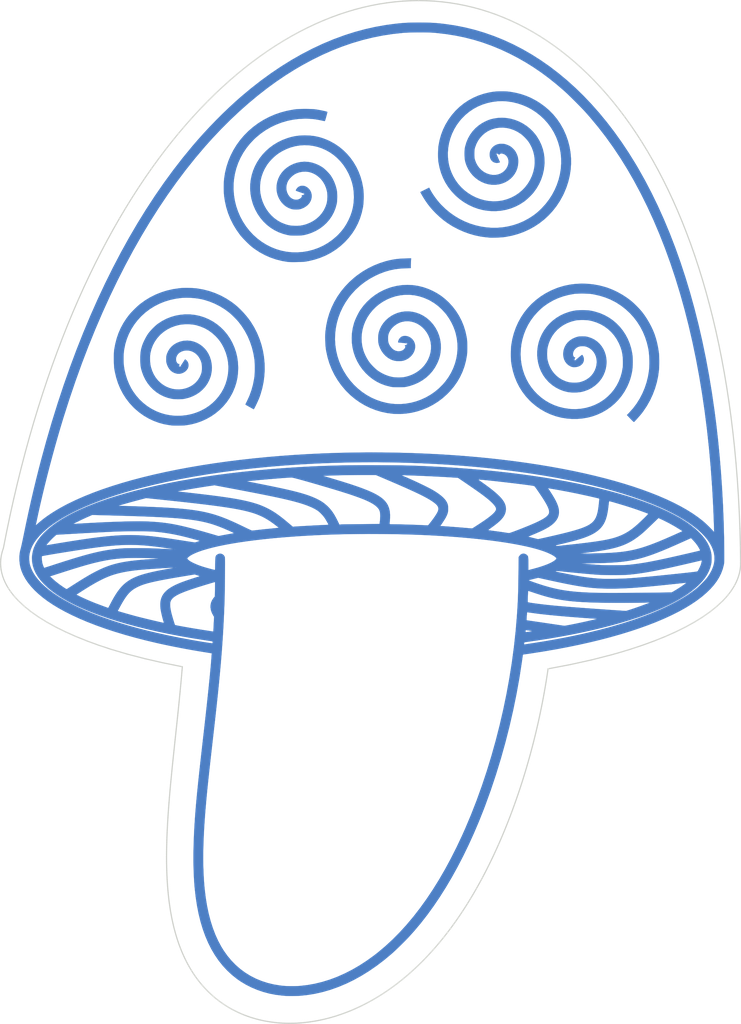
<source format=kicad_pcb>
(kicad_pcb (version 20221018) (generator pcbnew)
  (layers (0 "F.Cu" signal) (31 "B.Cu" signal) (34 "B.Paste" user) (35 "F.Paste" user) (36 "B.SilkS" user "B.Silkscreen") (37 "F.SilkS" user "F.Silkscreen") (38 "B.Mask" user) (39 "F.Mask" user) (44 "Edge.Cuts" user))
  (net 0 "")
  (footprint "LOGO" (layer "F.Cu") (at 128.8114 95.89075)
    (fp_text reference "G***" hide)
    (fp_text value "LOGO" hide)
  )
  (gr_line (start 163.2996 98.33895) (end 163.2781 96.88075) (stroke (width 0.1)) (layer "Edge.Cuts"))
  (gr_line (start 111.7402 105.99715) (end 113.2085 106.37805) (stroke (width 0.1)) (layer "Edge.Cuts"))
  (gr_line (start 129.011 136.48935) (end 129.1572 136.44575) (stroke (width 0.1)) (layer "Edge.Cuts"))
  (gr_line (start 106.2783 79.41185) (end 105.8512 80.53325) (stroke (width 0.1)) (layer "Edge.Cuts"))
  (gr_line (start 118.483 59.52785) (end 117.8663 60.16385) (stroke (width 0.1)) (layer "Edge.Cuts"))
  (gr_line (start 115.4058 116.51835) (end 115.385 116.73805) (stroke (width 0.1)) (layer "Edge.Cuts"))
  (gr_line (start 163.255 98.90325) (end 163.2884 98.62415) (stroke (width 0.1)) (layer "Edge.Cuts"))
  (gr_line (start 127.2587 136.87935) (end 127.4043 136.85615) (stroke (width 0.1)) (layer "Edge.Cuts"))
  (gr_line (start 145.5399 114.67485) (end 145.602 114.45015) (stroke (width 0.1)) (layer "Edge.Cuts"))
  (gr_line (start 121.7379 136.39405) (end 121.8646 136.43995) (stroke (width 0.1)) (layer "Edge.Cuts"))
  (gr_line (start 115.1559 119.54185) (end 115.1423 119.75295) (stroke (width 0.1)) (layer "Edge.Cuts"))
  (gr_line (start 125.5295 137.02245) (end 125.672 137.02045) (stroke (width 0.1)) (layer "Edge.Cuts"))
  (gr_line (start 108.5588 74.13005) (end 108.0841 75.14305) (stroke (width 0.1)) (layer "Edge.Cuts"))
  (gr_line (start 119.5045 135.19435) (end 119.6129 135.27285) (stroke (width 0.1)) (layer "Edge.Cuts"))
  (gr_line (start 137.9413 130.27475) (end 138.0631 130.12805) (stroke (width 0.1)) (layer "Edge.Cuts"))
  (gr_line (start 132.9102 134.72895) (end 133.051 134.64055) (stroke (width 0.1)) (layer "Edge.Cuts"))
  (gr_line (start 115.8692 112.05605) (end 115.8452 112.28075) (stroke (width 0.1)) (layer "Edge.Cuts"))
  (gr_line (start 139.7005 127.93175) (end 139.8125 127.76465) (stroke (width 0.1)) (layer "Edge.Cuts"))
  (gr_line (start 127.9876 136.74645) (end 128.1337 136.71465) (stroke (width 0.1)) (layer "Edge.Cuts"))
  (gr_line (start 144.3561 118.42965) (end 144.4323 118.21315) (stroke (width 0.1)) (layer "Edge.Cuts"))
  (gr_line (start 162.7719 100.24985) (end 162.9091 99.98735) (stroke (width 0.1)) (layer "Edge.Cuts"))
  (gr_line (start 146.934 108.35675) (end 146.97 108.13365) (stroke (width 0.1)) (layer "Edge.Cuts"))
  (gr_line (start 115.8452 129.69355) (end 115.8917 129.84485) (stroke (width 0.1)) (layer "Edge.Cuts"))
  (gr_line (start 134.7111 133.45675) (end 134.8466 133.34775) (stroke (width 0.1)) (layer "Edge.Cuts"))
  (gr_line (start 115.0666 121.20895) (end 115.0591 121.41375) (stroke (width 0.1)) (layer "Edge.Cuts"))
  (gr_line (start 115.8917 129.84485) (end 115.9395 129.99485) (stroke (width 0.1)) (layer "Edge.Cuts"))
  (gr_line (start 143.963 119.50225) (end 144.0432 119.28935) (stroke (width 0.1)) (layer "Edge.Cuts"))
  (gr_line (start 153.241 105.82495) (end 154.0213 105.58715) (stroke (width 0.1)) (layer "Edge.Cuts"))
  (gr_line (start 116.1457 109.36455) (end 116.1239 109.58785) (stroke (width 0.1)) (layer "Edge.Cuts"))
  (gr_line (start 123.4414 136.85515) (end 123.5771 136.87855) (stroke (width 0.1)) (layer "Edge.Cuts"))
  (gr_line (start 139.2456 128.58635) (end 139.3603 128.42475) (stroke (width 0.1)) (layer "Edge.Cuts"))
  (gr_line (start 115.2683 118.04485) (end 115.2506 118.26055) (stroke (width 0.1)) (layer "Edge.Cuts"))
  (gr_line (start 115.0883 125.12325) (end 115.1002 125.30825) (stroke (width 0.1)) (layer "Edge.Cuts"))
  (gr_line (start 132.8887 51.35813) (end 132.2185 51.48643) (stroke (width 0.1)) (layer "Edge.Cuts"))
  (gr_line (start 115.0522 121.61745) (end 115.0461 121.82045) (stroke (width 0.1)) (layer "Edge.Cuts"))
  (gr_line (start 121.4871 136.29705) (end 121.612 136.34645) (stroke (width 0.1)) (layer "Edge.Cuts"))
  (gr_line (start 119.2909 135.03205) (end 119.3972 135.11395) (stroke (width 0.1)) (layer "Edge.Cuts"))
  (gr_line (start 124.2313 54.83587) (end 123.578 55.26525) (stroke (width 0.1)) (layer "Edge.Cuts"))
  (gr_line (start 145.4132 115.12335) (end 145.477 114.89915) (stroke (width 0.1)) (layer "Edge.Cuts"))
  (gr_line (start 106.7153 78.31215) (end 106.2783 79.41185) (stroke (width 0.1)) (layer "Edge.Cuts"))
  (gr_line (start 115.0947 120.58965) (end 115.0845 120.79695) (stroke (width 0.1)) (layer "Edge.Cuts"))
  (gr_line (start 116.1447 130.58055) (end 116.1994 130.72345) (stroke (width 0.1)) (layer "Edge.Cuts"))
  (gr_line (start 133.6109 134.27145) (end 133.7498 134.17525) (stroke (width 0.1)) (layer "Edge.Cuts"))
  (gr_line (start 149.3237 56.21295) (end 148.7565 55.73597) (stroke (width 0.1)) (layer "Edge.Cuts"))
  (gr_line (start 159.0979 71.51975) (end 158.7417 70.56275) (stroke (width 0.1)) (layer "Edge.Cuts"))
  (gr_line (start 109.0424 73.13865) (end 108.5588 74.13005) (stroke (width 0.1)) (layer "Edge.Cuts"))
  (gr_line (start 101.0735 98.34185) (end 101.0847 98.62405) (stroke (width 0.1)) (layer "Edge.Cuts"))
  (gr_line (start 104.6322 84.02745) (end 104.2473 85.23545) (stroke (width 0.1)) (layer "Edge.Cuts"))
  (gr_line (start 120.402 135.77515) (end 120.5188 135.83995) (stroke (width 0.1)) (layer "Edge.Cuts"))
  (gr_line (start 122.249 136.56725) (end 122.3789 136.60615) (stroke (width 0.1)) (layer "Edge.Cuts"))
  (gr_line (start 120.9979 57.21285) (end 120.3625 57.75725) (stroke (width 0.1)) (layer "Edge.Cuts"))
  (gr_line (start 116.0393 130.29055) (end 116.0912 130.43615) (stroke (width 0.1)) (layer "Edge.Cuts"))
  (gr_line (start 101.5869 95.67845) (end 101.31 97.08115) (stroke (width 0.1)) (layer "Edge.Cuts"))
  (gr_line (start 123.9875 136.93815) (end 124.1253 136.95455) (stroke (width 0.1)) (layer "Edge.Cuts"))
  (gr_line (start 121.2396 136.19305) (end 121.3629 136.24585) (stroke (width 0.1)) (layer "Edge.Cuts"))
  (gr_line (start 108.3471 104.89085) (end 109.3241 105.24675) (stroke (width 0.1)) (layer "Edge.Cuts"))
  (gr_line (start 146.6101 110.15445) (end 146.6539 109.92865) (stroke (width 0.1)) (layer "Edge.Cuts"))
  (gr_line (start 109.5346 72.16905) (end 109.0424 73.13865) (stroke (width 0.1)) (layer "Edge.Cuts"))
  (gr_line (start 162.6439 87.31065) (end 162.4871 86.03465) (stroke (width 0.1)) (layer "Edge.Cuts"))
  (gr_line (start 118.2013 134.02035) (end 118.2941 134.12045) (stroke (width 0.1)) (layer "Edge.Cuts"))
  (gr_line (start 119.7225 135.34965) (end 119.833 135.42475) (stroke (width 0.1)) (layer "Edge.Cuts"))
  (gr_line (start 115.7493 113.17955) (end 115.7255 113.40385) (stroke (width 0.1)) (layer "Edge.Cuts"))
  (gr_line (start 119.3972 135.11395) (end 119.5045 135.19435) (stroke (width 0.1)) (layer "Edge.Cuts"))
  (gr_line (start 154.5366 62.24585) (end 154.0568 61.53955) (stroke (width 0.1)) (layer "Edge.Cuts"))
  (gr_line (start 125.1038 137.02045) (end 125.2452 137.02245) (stroke (width 0.1)) (layer "Edge.Cuts"))
  (gr_line (start 147.0726 107.46745) (end 147.1048 107.24645) (stroke (width 0.1)) (layer "Edge.Cuts"))
  (gr_line (start 113.7567 65.19365) (end 113.2034 65.98955) (stroke (width 0.1)) (layer "Edge.Cuts"))
  (gr_line (start 144.8725 116.90105) (end 144.9432 116.68055) (stroke (width 0.1)) (layer "Edge.Cuts"))
  (gr_line (start 145.6633 114.22515) (end 145.7235 113.99995) (stroke (width 0.1)) (layer "Edge.Cuts"))
  (gr_line (start 143.1188 121.58985) (end 143.2065 121.38485) (stroke (width 0.1)) (layer "Edge.Cuts"))
  (gr_line (start 138.8661 51.25472) (end 138.2103 51.17264) (stroke (width 0.1)) (layer "Edge.Cuts"))
  (gr_line (start 125.672 137.02045) (end 125.8149 137.01645) (stroke (width 0.1)) (layer "Edge.Cuts"))
  (gr_line (start 115.1774 126.21565) (end 115.1963 126.39365) (stroke (width 0.1)) (layer "Edge.Cuts"))
  (gr_line (start 140.3626 126.91065) (end 140.4705 126.73605) (stroke (width 0.1)) (layer "Edge.Cuts"))
  (gr_line (start 141.0002 125.84465) (end 141.1039 125.66255) (stroke (width 0.1)) (layer "Edge.Cuts"))
  (gr_line (start 115.0449 124.18265) (end 115.0515 124.37285) (stroke (width 0.1)) (layer "Edge.Cuts"))
  (gr_line (start 117.1885 132.69285) (end 117.2655 132.81205) (stroke (width 0.1)) (layer "Edge.Cuts"))
  (gr_line (start 127.4043 136.85615) (end 127.5499 136.83125) (stroke (width 0.1)) (layer "Edge.Cuts"))
  (gr_line (start 146.7797 109.25295) (end 146.8197 109.02845) (stroke (width 0.1)) (layer "Edge.Cuts"))
  (gr_line (start 123.7133 136.90025) (end 123.85 136.92005) (stroke (width 0.1)) (layer "Edge.Cuts"))
  (gr_line (start 115.385 116.73805) (end 115.3643 116.95705) (stroke (width 0.1)) (layer "Edge.Cuts"))
  (gr_line (start 128.7185 136.57125) (end 128.8647 136.53105) (stroke (width 0.1)) (layer "Edge.Cuts"))
  (gr_line (start 131.0505 135.72745) (end 131.1951 135.66055) (stroke (width 0.1)) (layer "Edge.Cuts"))
  (gr_line (start 132.343 135.06555) (end 132.4853 134.98395) (stroke (width 0.1)) (layer "Edge.Cuts"))
  (gr_line (start 147.0121 54.44348) (end 146.4172 54.05886) (stroke (width 0.1)) (layer "Edge.Cuts"))
  (gr_line (start 130.2076 52.01089) (end 129.538 52.23217) (stroke (width 0.1)) (layer "Edge.Cuts"))
  (gr_line (start 144.1225 119.07535) (end 144.2012 118.86085) (stroke (width 0.1)) (layer "Edge.Cuts"))
  (gr_line (start 104.2854 102.88675) (end 104.9821 103.31665) (stroke (width 0.1)) (layer "Edge.Cuts"))
  (gr_line (start 115.1595 126.03655) (end 115.1774 126.21565) (stroke (width 0.1)) (layer "Edge.Cuts"))
  (gr_line (start 142.4829 122.99805) (end 142.5759 122.79985) (stroke (width 0.1)) (layer "Edge.Cuts"))
  (gr_line (start 142.2945 123.39155) (end 142.389 123.19525) (stroke (width 0.1)) (layer "Edge.Cuts"))
  (gr_line (start 116.3133 131.00515) (end 116.3722 131.14385) (stroke (width 0.1)) (layer "Edge.Cuts"))
  (gr_line (start 115.7564 129.38695) (end 115.8002 129.54095) (stroke (width 0.1)) (layer "Edge.Cuts"))
  (gr_line (start 116.6493 61.50445) (end 116.0493 62.20905) (stroke (width 0.1)) (layer "Edge.Cuts"))
  (gr_line (start 122.7724 136.71245) (end 122.9048 136.74445) (stroke (width 0.1)) (layer "Edge.Cuts"))
  (gr_line (start 117.0386 132.44965) (end 117.1127 132.57215) (stroke (width 0.1)) (layer "Edge.Cuts"))
  (gr_line (start 103.8736 86.46515) (end 103.5111 87.71645) (stroke (width 0.1)) (layer "Edge.Cuts"))
  (gr_line (start 118.3884 134.21915) (end 118.4837 134.31595) (stroke (width 0.1)) (layer "Edge.Cuts"))
  (gr_line (start 139.9238 127.59655) (end 140.0345 127.42685) (stroke (width 0.1)) (layer "Edge.Cuts"))
  (gr_line (start 146.8967 108.58025) (end 146.934 108.35675) (stroke (width 0.1)) (layer "Edge.Cuts"))
  (gr_line (start 144.0432 119.28935) (end 144.1225 119.07535) (stroke (width 0.1)) (layer "Edge.Cuts"))
  (gr_line (start 115.2506 118.26055) (end 115.2334 118.47585) (stroke (width 0.1)) (layer "Edge.Cuts"))
  (gr_line (start 139.0143 128.90565) (end 139.1303 128.74675) (stroke (width 0.1)) (layer "Edge.Cuts"))
  (gr_line (start 101.3466 99.72125) (end 101.464 99.98725) (stroke (width 0.1)) (layer "Edge.Cuts"))
  (gr_line (start 116.5574 131.55105) (end 116.622 131.68385) (stroke (width 0.1)) (layer "Edge.Cuts"))
  (gr_line (start 156.3523 65.29915) (end 155.9143 64.50165) (stroke (width 0.1)) (layer "Edge.Cuts"))
  (gr_line (start 147.6004 54.85122) (end 147.0121 54.44348) (stroke (width 0.1)) (layer "Edge.Cuts"))
  (gr_line (start 155.9143 64.50165) (end 155.4655 63.72695) (stroke (width 0.1)) (layer "Edge.Cuts"))
  (gr_line (start 151.5143 58.35095) (end 150.9789 57.78195) (stroke (width 0.1)) (layer "Edge.Cuts"))
  (gr_line (start 116.1015 109.81125) (end 116.0792 110.03495) (stroke (width 0.1)) (layer "Edge.Cuts"))
  (gr_line (start 131.3395 135.59195) (end 131.4836 135.52165) (stroke (width 0.1)) (layer "Edge.Cuts"))
  (gr_line (start 124.8875 54.42954) (end 124.2313 54.83587) (stroke (width 0.1)) (layer "Edge.Cuts"))
  (gr_line (start 145.8989 113.32285) (end 145.9557 113.09675) (stroke (width 0.1)) (layer "Edge.Cuts"))
  (gr_line (start 115.4704 115.85675) (end 115.4485 116.07765) (stroke (width 0.1)) (layer "Edge.Cuts"))
  (gr_line (start 135.1162 133.12505) (end 135.2504 133.01145) (stroke (width 0.1)) (layer "Edge.Cuts"))
  (gr_line (start 147.0394 107.68905) (end 147.0726 107.46745) (stroke (width 0.1)) (layer "Edge.Cuts"))
  (gr_line (start 161.4708 79.99625) (end 161.2228 78.85695) (stroke (width 0.1)) (layer "Edge.Cuts"))
  (gr_line (start 115.7141 129.23165) (end 115.7564 129.38695) (stroke (width 0.1)) (layer "Edge.Cuts"))
  (gr_line (start 115.0676 124.75035) (end 115.0773 124.93745) (stroke (width 0.1)) (layer "Edge.Cuts"))
  (gr_line (start 141.3095 125.29535) (end 141.4114 125.10995) (stroke (width 0.1)) (layer "Edge.Cuts"))
  (gr_line (start 139.5877 128.09735) (end 139.7005 127.93175) (stroke (width 0.1)) (layer "Edge.Cuts"))
  (gr_line (start 137.1982 131.12345) (end 137.3234 130.98555) (stroke (width 0.1)) (layer "Edge.Cuts"))
  (gr_line (start 140.8136 51.64129) (end 140.1679 51.48906) (stroke (width 0.1)) (layer "Edge.Cuts"))
  (gr_line (start 142.7598 122.40015) (end 142.8507 122.19905) (stroke (width 0.1)) (layer "Edge.Cuts"))
  (gr_line (start 118.1096 133.91845) (end 118.2013 134.02035) (stroke (width 0.1)) (layer "Edge.Cuts"))
  (gr_line (start 116.2506 108.25365) (end 116.2302 108.47505) (stroke (width 0.1)) (layer "Edge.Cuts"))
  (gr_line (start 130.1793 136.09425) (end 130.325 136.03725) (stroke (width 0.1)) (layer "Edge.Cuts"))
  (gr_line (start 126.8702 53.34904) (end 126.2072 53.68611) (stroke (width 0.1)) (layer "Edge.Cuts"))
  (gr_line (start 139.3603 128.42475) (end 139.4743 128.26165) (stroke (width 0.1)) (layer "Edge.Cuts"))
  (gr_line (start 113.2034 65.98955) (end 112.657 66.80715) (stroke (width 0.1)) (layer "Edge.Cuts"))
  (gr_line (start 126.3896 136.98225) (end 126.534 136.96945) (stroke (width 0.1)) (layer "Edge.Cuts"))
  (gr_line (start 146.4172 54.05886) (end 145.8161 53.69739) (stroke (width 0.1)) (layer "Edge.Cuts"))
  (gr_line (start 135.2504 133.01145) (end 135.3839 132.89615) (stroke (width 0.1)) (layer "Edge.Cuts"))
  (gr_line (start 143.0302 121.79375) (end 143.1188 121.58985) (stroke (width 0.1)) (layer "Edge.Cuts"))
  (gr_line (start 121.6375 56.69145) (end 120.9979 57.21285) (stroke (width 0.1)) (layer "Edge.Cuts"))
  (gr_line (start 163.2996 98.34195) (end 163.2996 98.33995) (stroke (width 0.1)) (layer "Edge.Cuts"))
  (gr_line (start 115.9406 111.38155) (end 115.9168 111.60635) (stroke (width 0.1)) (layer "Edge.Cuts"))
  (gr_line (start 115.0333 122.42405) (end 115.0309 122.62325) (stroke (width 0.1)) (layer "Edge.Cuts"))
  (gr_line (start 115.8212 112.50575) (end 115.7973 112.73045) (stroke (width 0.1)) (layer "Edge.Cuts"))
  (gr_line (start 157.9924 68.71705) (end 157.5997 67.82845) (stroke (width 0.1)) (layer "Edge.Cuts"))
  (gr_line (start 138.4245 129.68025) (end 138.5438 129.52815) (stroke (width 0.1)) (layer "Edge.Cuts"))
  (gr_line (start 124.1253 136.95455) (end 124.2638 136.96925) (stroke (width 0.1)) (layer "Edge.Cuts"))
  (gr_line (start 115.7015 113.62815) (end 115.6777 113.85235) (stroke (width 0.1)) (layer "Edge.Cuts"))
  (gr_line (start 117.9303 133.70995) (end 118.0193 133.81495) (stroke (width 0.1)) (layer "Edge.Cuts"))
  (gr_line (start 136.0442 132.29705) (end 136.1747 132.17265) (stroke (width 0.1)) (layer "Edge.Cuts"))
  (gr_line (start 121.1171 136.13855) (end 121.2396 136.19305) (stroke (width 0.1)) (layer "Edge.Cuts"))
  (gr_line (start 145.2832 115.57025) (end 145.3486 115.34695) (stroke (width 0.1)) (layer "Edge.Cuts"))
  (gr_line (start 152.041 58.94285) (end 151.5143 58.35095) (stroke (width 0.1)) (layer "Edge.Cuts"))
  (gr_line (start 119.082 134.86305) (end 119.1859 134.94825) (stroke (width 0.1)) (layer "Edge.Cuts"))
  (gr_line (start 126.534 136.96945) (end 126.6785 136.95475) (stroke (width 0.1)) (layer "Edge.Cuts"))
  (gr_line (start 115.595 128.75775) (end 115.6333 128.91705) (stroke (width 0.1)) (layer "Edge.Cuts"))
  (gr_line (start 116.688 131.81535) (end 116.7554 131.94525) (stroke (width 0.1)) (layer "Edge.Cuts"))
  (gr_line (start 101.0894 98.02045) (end 101.0735 98.34185) (stroke (width 0.1)) (layer "Edge.Cuts"))
  (gr_line (start 103.1602 88.98935) (end 102.8211 90.28395) (stroke (width 0.1)) (layer "Edge.Cuts"))
  (gr_line (start 140.8956 126.02535) (end 141.0002 125.84465) (stroke (width 0.1)) (layer "Edge.Cuts"))
  (gr_line (start 133.4714 134.36615) (end 133.6109 134.27145) (stroke (width 0.1)) (layer "Edge.Cuts"))
  (gr_line (start 137.0722 131.25975) (end 137.1982 131.12345) (stroke (width 0.1)) (layer "Edge.Cuts"))
  (gr_line (start 113.2085 106.37805) (end 114.7493 106.73025) (stroke (width 0.1)) (layer "Edge.Cuts"))
  (gr_line (start 142.8507 122.19905) (end 142.9408 121.99675) (stroke (width 0.1)) (layer "Edge.Cuts"))
  (gr_line (start 152.5589 59.55765) (end 152.041 58.94285) (stroke (width 0.1)) (layer "Edge.Cuts"))
  (gr_line (start 120.0576 135.57015) (end 120.1714 135.64005) (stroke (width 0.1)) (layer "Edge.Cuts"))
  (gr_line (start 115.5226 128.43515) (end 115.5582 128.59695) (stroke (width 0.1)) (layer "Edge.Cuts"))
  (gr_line (start 129.8877 136.20295) (end 130.0335 136.14935) (stroke (width 0.1)) (layer "Edge.Cuts"))
  (gr_line (start 125.3873 137.02345) (end 125.5295 137.02245) (stroke (width 0.1)) (layer "Edge.Cuts"))
  (gr_line (start 162.4871 86.03465) (end 162.3145 84.78135) (stroke (width 0.1)) (layer "Edge.Cuts"))
  (gr_line (start 139.1303 128.74675) (end 139.2456 128.58635) (stroke (width 0.1)) (layer "Edge.Cuts"))
  (gr_line (start 163.108 92.64255) (end 163.0169 91.27535) (stroke (width 0.1)) (layer "Edge.Cuts"))
  (gr_line (start 160.0877 102.88685) (end 160.723 102.44275) (stroke (width 0.1)) (layer "Edge.Cuts"))
  (gr_line (start 132.0577 135.22425) (end 132.2006 135.14575) (stroke (width 0.1)) (layer "Edge.Cuts"))
  (gr_line (start 101.2495 99.45185) (end 101.3466 99.72125) (stroke (width 0.1)) (layer "Edge.Cuts"))
  (gr_line (start 144.5823 117.77815) (end 144.6562 117.55975) (stroke (width 0.1)) (layer "Edge.Cuts"))
  (gr_line (start 118.2941 134.12045) (end 118.3884 134.21915) (stroke (width 0.1)) (layer "Edge.Cuts"))
  (gr_line (start 163.1999 99.17925) (end 163.255 98.90325) (stroke (width 0.1)) (layer "Edge.Cuts"))
  (gr_line (start 122.9278 55.71766) (end 122.2808 56.19305) (stroke (width 0.1)) (layer "Edge.Cuts"))
  (gr_line (start 152.435 106.05375) (end 153.241 105.82495) (stroke (width 0.1)) (layer "Edge.Cuts"))
  (gr_line (start 115.1702 119.32995) (end 115.1559 119.54185) (stroke (width 0.1)) (layer "Edge.Cuts"))
  (gr_line (start 141.9093 124.16615) (end 142.0067 123.97405) (stroke (width 0.1)) (layer "Edge.Cuts"))
  (gr_line (start 146.0666 112.64435) (end 146.1205 112.41795) (stroke (width 0.1)) (layer "Edge.Cuts"))
  (gr_line (start 146.1737 112.19155) (end 146.2259 111.96485) (stroke (width 0.1)) (layer "Edge.Cuts"))
  (gr_line (start 136.8186 131.52805) (end 136.9457 131.39465) (stroke (width 0.1)) (layer "Edge.Cuts"))
  (gr_line (start 146.97 108.13365) (end 147.0053 107.91105) (stroke (width 0.1)) (layer "Edge.Cuts"))
  (gr_line (start 115.2334 118.47585) (end 115.2167 118.69025) (stroke (width 0.1)) (layer "Edge.Cuts"))
  (gr_line (start 137.4482 130.84625) (end 137.5724 130.70545) (stroke (width 0.1)) (layer "Edge.Cuts"))
  (gr_line (start 115.3933 127.77455) (end 115.4238 127.94165) (stroke (width 0.1)) (layer "Edge.Cuts"))
  (gr_line (start 121.8646 136.43995) (end 121.9919 136.48415) (stroke (width 0.1)) (layer "Edge.Cuts"))
  (gr_line (start 116.1672 109.14165) (end 116.1457 109.36455) (stroke (width 0.1)) (layer "Edge.Cuts"))
  (gr_line (start 126.1017 137.00245) (end 126.2454 136.99345) (stroke (width 0.1)) (layer "Edge.Cuts"))
  (gr_line (start 102.5679 101.50735) (end 103.0768 101.98325) (stroke (width 0.1)) (layer "Edge.Cuts"))
  (gr_line (start 121.612 136.34645) (end 121.7379 136.39405) (stroke (width 0.1)) (layer "Edge.Cuts"))
  (gr_line (start 131.7713 135.37615) (end 131.9146 135.30105) (stroke (width 0.1)) (layer "Edge.Cuts"))
  (gr_line (start 138.2103 51.17264) (end 137.5517 51.11398) (stroke (width 0.1)) (layer "Edge.Cuts"))
  (gr_line (start 115.035 123.79885) (end 115.0394 123.99115) (stroke (width 0.1)) (layer "Edge.Cuts"))
  (gr_line (start 163.2996 98.33995) (end 163.2996 98.33895) (stroke (width 0.1)) (layer "Edge.Cuts"))
  (gr_line (start 140.7904 126.20485) (end 140.8956 126.02535) (stroke (width 0.1)) (layer "Edge.Cuts"))
  (gr_line (start 128.426 136.64635) (end 128.5722 136.60975) (stroke (width 0.1)) (layer "Edge.Cuts"))
  (gr_line (start 129.7418 136.25495) (end 129.8877 136.20295) (stroke (width 0.1)) (layer "Edge.Cuts"))
  (gr_line (start 126.2072 53.68611) (end 125.5462 54.04628) (stroke (width 0.1)) (layer "Edge.Cuts"))
  (gr_line (start 141.4553 51.81685) (end 140.8136 51.64129) (stroke (width 0.1)) (layer "Edge.Cuts"))
  (gr_line (start 115.7973 112.73045) (end 115.7733 112.95505) (stroke (width 0.1)) (layer "Edge.Cuts"))
  (gr_line (start 128.8692 52.47664) (end 128.2015 52.74428) (stroke (width 0.1)) (layer "Edge.Cuts"))
  (gr_line (start 115.5836 114.74625) (end 115.5605 114.96885) (stroke (width 0.1)) (layer "Edge.Cuts"))
  (gr_line (start 118.9793 134.77595) (end 119.082 134.86305) (stroke (width 0.1)) (layer "Edge.Cuts"))
  (gr_line (start 115.5376 115.19135) (end 115.515 115.41355) (stroke (width 0.1)) (layer "Edge.Cuts"))
  (gr_line (start 115.2005 118.90425) (end 115.1852 119.11745) (stroke (width 0.1)) (layer "Edge.Cuts"))
  (gr_line (start 101.9331 100.76395) (end 102.1269 101.01555) (stroke (width 0.1)) (layer "Edge.Cuts"))
  (gr_line (start 115.1055 120.38175) (end 115.0947 120.58965) (stroke (width 0.1)) (layer "Edge.Cuts"))
  (gr_line (start 105.028 82.84105) (end 104.6322 84.02745) (stroke (width 0.1)) (layer "Edge.Cuts"))
  (gr_line (start 115.8452 112.28075) (end 115.8212 112.50575) (stroke (width 0.1)) (layer "Edge.Cuts"))
  (gr_line (start 138.7803 129.21955) (end 138.8975 129.06345) (stroke (width 0.1)) (layer "Edge.Cuts"))
  (gr_line (start 122.9048 136.74445) (end 123.038 136.77475) (stroke (width 0.1)) (layer "Edge.Cuts"))
  (gr_line (start 146.4255 111.05895) (end 146.4731 110.83255) (stroke (width 0.1)) (layer "Edge.Cuts"))
  (gr_line (start 138.1841 129.98035) (end 138.3047 129.83095) (stroke (width 0.1)) (layer "Edge.Cuts"))
  (gr_line (start 115.0281 123.21545) (end 115.0293 123.41095) (stroke (width 0.1)) (layer "Edge.Cuts"))
  (gr_line (start 116.824 132.07355) (end 116.8941 132.20045) (stroke (width 0.1)) (layer "Edge.Cuts"))
  (gr_line (start 111.5855 68.50755) (end 111.061 69.39035) (stroke (width 0.1)) (layer "Edge.Cuts"))
  (gr_line (start 163.182 94.03245) (end 163.108 92.64255) (stroke (width 0.1)) (layer "Edge.Cuts"))
  (gr_line (start 134.8466 133.34775) (end 134.9817 133.23725) (stroke (width 0.1)) (layer "Edge.Cuts"))
  (gr_line (start 115.0515 124.37285) (end 115.059 124.56205) (stroke (width 0.1)) (layer "Edge.Cuts"))
  (gr_line (start 116.1884 108.91905) (end 116.1672 109.14165) (stroke (width 0.1)) (layer "Edge.Cuts"))
  (gr_line (start 117.3438 132.92985) (end 117.4235 133.04605) (stroke (width 0.1)) (layer "Edge.Cuts"))
  (gr_line (start 105.8512 80.53325) (end 105.4344 81.67635) (stroke (width 0.1)) (layer "Edge.Cuts"))
  (gr_line (start 138.0631 130.12805) (end 138.1841 129.98035) (stroke (width 0.1)) (layer "Edge.Cuts"))
  (gr_line (start 137.5724 130.70545) (end 137.6959 130.56325) (stroke (width 0.1)) (layer "Edge.Cuts"))
  (gr_line (start 136.4339 131.91925) (end 136.5627 131.79025) (stroke (width 0.1)) (layer "Edge.Cuts"))
  (gr_line (start 146.8197 109.02845) (end 146.8586 108.80415) (stroke (width 0.1)) (layer "Edge.Cuts"))
  (gr_line (start 115.2167 126.57065) (end 115.2382 126.74615) (stroke (width 0.1)) (layer "Edge.Cuts"))
  (gr_line (start 142.5759 122.79985) (end 142.6683 122.60055) (stroke (width 0.1)) (layer "Edge.Cuts"))
  (gr_line (start 163.2884 98.62415) (end 163.2996 98.34195) (stroke (width 0.1)) (layer "Edge.Cuts"))
  (gr_line (start 115.4238 127.94165) (end 115.4553 128.10725) (stroke (width 0.1)) (layer "Edge.Cuts"))
  (gr_line (start 115.3643 116.95705) (end 115.3443 117.17575) (stroke (width 0.1)) (layer "Edge.Cuts"))
  (gr_line (start 116.3093 107.59245) (end 116.2901 107.81235) (stroke (width 0.1)) (layer "Edge.Cuts"))
  (gr_line (start 150.4352 57.23595) (end 149.8833 56.71295) (stroke (width 0.1)) (layer "Edge.Cuts"))
  (gr_line (start 132.6271 134.90045) (end 132.7688 134.81545) (stroke (width 0.1)) (layer "Edge.Cuts"))
  (gr_line (start 115.117 120.17275) (end 115.1055 120.38175) (stroke (width 0.1)) (layer "Edge.Cuts"))
  (gr_line (start 134.8957 51.11301) (end 134.2276 51.1714) (stroke (width 0.1)) (layer "Edge.Cuts"))
  (gr_line (start 120.7554 135.96445) (end 120.8749 136.02425) (stroke (width 0.1)) (layer "Edge.Cuts"))
  (gr_line (start 126.8233 136.93855) (end 126.9683 136.92045) (stroke (width 0.1)) (layer "Edge.Cuts"))
  (gr_line (start 114.7493 106.73025) (end 116.3547 107.05415) (stroke (width 0.1)) (layer "Edge.Cuts"))
  (gr_line (start 145.8161 53.69739) (end 145.209 53.35907) (stroke (width 0.1)) (layer "Edge.Cuts"))
  (gr_line (start 146.3769 111.28535) (end 146.4255 111.05895) (stroke (width 0.1)) (layer "Edge.Cuts"))
  (gr_line (start 115.0461 121.82045) (end 115.0408 122.02245) (stroke (width 0.1)) (layer "Edge.Cuts"))
  (gr_line (start 143.7178 120.13715) (end 143.8003 119.92635) (stroke (width 0.1)) (layer "Edge.Cuts"))
  (gr_line (start 161.2228 78.85695) (end 160.9604 77.74045) (stroke (width 0.1)) (layer "Edge.Cuts"))
  (gr_line (start 137.3234 130.98555) (end 137.4482 130.84625) (stroke (width 0.1)) (layer "Edge.Cuts"))
  (gr_line (start 118.5805 134.41125) (end 118.6784 134.50485) (stroke (width 0.1)) (layer "Edge.Cuts"))
  (gr_line (start 139.8125 127.76465) (end 139.9238 127.59655) (stroke (width 0.1)) (layer "Edge.Cuts"))
  (gr_line (start 160.0894 74.52755) (end 159.772 73.50225) (stroke (width 0.1)) (layer "Edge.Cuts"))
  (gr_line (start 163.0169 91.27535) (end 162.909 89.93105) (stroke (width 0.1)) (layer "Edge.Cuts"))
  (gr_line (start 142.1033 123.78105) (end 142.1992 123.58685) (stroke (width 0.1)) (layer "Edge.Cuts"))
  (gr_line (start 115.0309 122.62325) (end 115.0293 122.82175) (stroke (width 0.1)) (layer "Edge.Cuts"))
  (gr_line (start 115.0281 123.01895) (end 115.0281 123.21545) (stroke (width 0.1)) (layer "Edge.Cuts"))
  (gr_line (start 115.1294 119.96315) (end 115.117 120.17275) (stroke (width 0.1)) (layer "Edge.Cuts"))
  (gr_line (start 156.026 104.89095) (end 156.9505 104.51985) (stroke (width 0.1)) (layer "Edge.Cuts"))
  (gr_line (start 145.7828 113.77445) (end 145.8415 113.54885) (stroke (width 0.1)) (layer "Edge.Cuts"))
  (gr_line (start 141.7121 124.54705) (end 141.811 124.35725) (stroke (width 0.1)) (layer "Edge.Cuts"))
  (gr_line (start 115.0845 120.79695) (end 115.0752 121.00335) (stroke (width 0.1)) (layer "Edge.Cuts"))
  (gr_line (start 111.061 69.39035) (end 110.5441 70.29485) (stroke (width 0.1)) (layer "Edge.Cuts"))
  (gr_line (start 145.1496 116.01575) (end 145.2169 115.79315) (stroke (width 0.1)) (layer "Edge.Cuts"))
  (gr_line (start 117.255 60.82275) (end 116.6493 61.50445) (stroke (width 0.1)) (layer "Edge.Cuts"))
  (gr_line (start 117.8663 60.16385) (end 117.255 60.82275) (stroke (width 0.1)) (layer "Edge.Cuts"))
  (gr_line (start 114.883 63.66705) (end 114.3167 64.41945) (stroke (width 0.1)) (layer "Edge.Cuts"))
  (gr_line (start 107.6184 76.17775) (end 107.1621 77.23405) (stroke (width 0.1)) (layer "Edge.Cuts"))
  (gr_line (start 153.5671 60.85605) (end 153.0677 60.19545) (stroke (width 0.1)) (layer "Edge.Cuts"))
  (gr_line (start 162.7846 88.60945) (end 162.6439 87.31065) (stroke (width 0.1)) (layer "Edge.Cuts"))
  (gr_line (start 115.1133 125.49195) (end 115.1276 125.67465) (stroke (width 0.1)) (layer "Edge.Cuts"))
  (gr_line (start 116.0338 110.48325) (end 116.0106 110.70775) (stroke (width 0.1)) (layer "Edge.Cuts"))
  (gr_line (start 144.6562 117.55975) (end 144.729 117.34065) (stroke (width 0.1)) (layer "Edge.Cuts"))
  (gr_line (start 160.3935 75.57575) (end 160.0894 74.52755) (stroke (width 0.1)) (layer "Edge.Cuts"))
  (gr_line (start 162.1264 83.55095) (end 161.9229 82.34325) (stroke (width 0.1)) (layer "Edge.Cuts"))
  (gr_line (start 103.65 102.44265) (end 104.2854 102.88675) (stroke (width 0.1)) (layer "Edge.Cuts"))
  (gr_line (start 144.8012 117.12115) (end 144.8725 116.90105) (stroke (width 0.1)) (layer "Edge.Cuts"))
  (gr_line (start 145.8415 113.54885) (end 145.8989 113.32285) (stroke (width 0.1)) (layer "Edge.Cuts"))
  (gr_line (start 144.4323 118.21315) (end 144.5076 117.99595) (stroke (width 0.1)) (layer "Edge.Cuts"))
  (gr_line (start 115.0773 124.93745) (end 115.0883 125.12325) (stroke (width 0.1)) (layer "Edge.Cuts"))
  (gr_line (start 145.3486 115.34695) (end 145.4132 115.12335) (stroke (width 0.1)) (layer "Edge.Cuts"))
  (gr_line (start 143.2065 121.38485) (end 143.2936 121.17905) (stroke (width 0.1)) (layer "Edge.Cuts"))
  (gr_line (start 106.5525 104.13345) (end 107.4226 104.51975) (stroke (width 0.1)) (layer "Edge.Cuts"))
  (gr_line (start 146.8586 108.80415) (end 146.8967 108.58025) (stroke (width 0.1)) (layer "Edge.Cuts"))
  (gr_line (start 146.6968 109.70305) (end 146.7387 109.47795) (stroke (width 0.1)) (layer "Edge.Cuts"))
  (gr_line (start 154.0568 61.53955) (end 153.5671 60.85605) (stroke (width 0.1)) (layer "Edge.Cuts"))
  (gr_line (start 153.0677 60.19545) (end 152.5589 59.55765) (stroke (width 0.1)) (layer "Edge.Cuts"))
  (gr_line (start 146.2772 111.73845) (end 146.3275 111.51175) (stroke (width 0.1)) (layer "Edge.Cuts"))
  (gr_line (start 105.7383 103.73235) (end 106.5525 104.13345) (stroke (width 0.1)) (layer "Edge.Cuts"))
  (gr_line (start 101.464 99.98725) (end 101.6012 100.24975) (stroke (width 0.1)) (layer "Edge.Cuts"))
  (gr_line (start 137.819 130.41975) (end 137.9413 130.27475) (stroke (width 0.1)) (layer "Edge.Cuts"))
  (gr_line (start 155.049 105.24685) (end 156.026 104.89095) (stroke (width 0.1)) (layer "Edge.Cuts"))
  (gr_line (start 130.0335 136.14935) (end 130.1793 136.09425) (stroke (width 0.1)) (layer "Edge.Cuts"))
  (gr_line (start 144.5962 53.04395) (end 143.9779 52.75202) (stroke (width 0.1)) (layer "Edge.Cuts"))
  (gr_line (start 162.3145 84.78135) (end 162.1264 83.55095) (stroke (width 0.1)) (layer "Edge.Cuts"))
  (gr_line (start 124.542 136.99345) (end 124.6817 137.00245) (stroke (width 0.1)) (layer "Edge.Cuts"))
  (gr_line (start 115.3054 117.61135) (end 115.2866 117.82825) (stroke (width 0.1)) (layer "Edge.Cuts"))
  (gr_line (start 141.6126 124.73585) (end 141.7121 124.54705) (stroke (width 0.1)) (layer "Edge.Cuts"))
  (gr_line (start 109.3241 105.24675) (end 110.3518 105.58695) (stroke (width 0.1)) (layer "Edge.Cuts"))
  (gr_line (start 115.515 115.41355) (end 115.4925 115.63535) (stroke (width 0.1)) (layer "Edge.Cuts"))
  (gr_line (start 122.3789 136.60615) (end 122.5094 136.64315) (stroke (width 0.1)) (layer "Edge.Cuts"))
  (gr_line (start 116.3722 131.14385) (end 116.4326 131.28105) (stroke (width 0.1)) (layer "Edge.Cuts"))
  (gr_line (start 134.5751 133.56405) (end 134.7111 133.45675) (stroke (width 0.1)) (layer "Edge.Cuts"))
  (gr_line (start 133.051 134.64055) (end 133.1915 134.55065) (stroke (width 0.1)) (layer "Edge.Cuts"))
  (gr_line (start 143.882 119.71465) (end 143.963 119.50225) (stroke (width 0.1)) (layer "Edge.Cuts"))
  (gr_line (start 136.9457 131.39465) (end 137.0722 131.25975) (stroke (width 0.1)) (layer "Edge.Cuts"))
  (gr_line (start 115.4271 116.29825) (end 115.4058 116.51835) (stroke (width 0.1)) (layer "Edge.Cuts"))
  (gr_line (start 130.6156 135.91835) (end 130.7608 135.85645) (stroke (width 0.1)) (layer "Edge.Cuts"))
  (gr_line (start 115.3365 127.43665) (end 115.3642 127.60625) (stroke (width 0.1)) (layer "Edge.Cuts"))
  (gr_line (start 134.3018 133.77405) (end 134.4388 133.66995) (stroke (width 0.1)) (layer "Edge.Cuts"))
  (gr_line (start 161.7043 81.15835) (end 161.4708 79.99625) (stroke (width 0.1)) (layer "Edge.Cuts"))
  (gr_line (start 116.9656 132.32585) (end 117.0386 132.44965) (stroke (width 0.1)) (layer "Edge.Cuts"))
  (gr_line (start 142.389 123.19525) (end 142.4829 122.99805) (stroke (width 0.1)) (layer "Edge.Cuts"))
  (gr_line (start 143.9779 52.75202) (end 143.3544 52.48333) (stroke (width 0.1)) (layer "Edge.Cuts"))
  (gr_line (start 127.5351 53.03509) (end 126.8702 53.34904) (stroke (width 0.1)) (layer "Edge.Cuts"))
  (gr_line (start 143.3544 52.48333) (end 142.7259 52.23789) (stroke (width 0.1)) (layer "Edge.Cuts"))
  (gr_line (start 127.1133 136.90065) (end 127.2587 136.87935) (stroke (width 0.1)) (layer "Edge.Cuts"))
  (gr_line (start 141.5124 124.92355) (end 141.6126 124.73585) (stroke (width 0.1)) (layer "Edge.Cuts"))
  (gr_line (start 115.3099 127.26595) (end 115.3365 127.43665) (stroke (width 0.1)) (layer "Edge.Cuts"))
  (gr_line (start 119.1047 58.91475) (end 118.483 59.52785) (stroke (width 0.1)) (layer "Edge.Cuts"))
  (gr_line (start 143.5505 120.55635) (end 143.6345 120.34715) (stroke (width 0.1)) (layer "Edge.Cuts"))
  (gr_line (start 115.1963 126.39365) (end 115.2167 126.57065) (stroke (width 0.1)) (layer "Edge.Cuts"))
  (gr_line (start 131.1951 135.66055) (end 131.3395 135.59195) (stroke (width 0.1)) (layer "Edge.Cuts"))
  (gr_line (start 145.209 53.35907) (end 144.5962 53.04395) (stroke (width 0.1)) (layer "Edge.Cuts"))
  (gr_line (start 115.3443 117.17575) (end 115.3247 117.39375) (stroke (width 0.1)) (layer "Edge.Cuts"))
  (gr_line (start 101.0847 98.62405) (end 101.1181 98.90315) (stroke (width 0.1)) (layer "Edge.Cuts"))
  (gr_line (start 116.0493 62.20905) (end 115.4555 62.93635) (stroke (width 0.1)) (layer "Edge.Cuts"))
  (gr_line (start 145.9557 113.09675) (end 146.0115 112.87055) (stroke (width 0.1)) (layer "Edge.Cuts"))
  (gr_line (start 158.3732 69.62855) (end 157.9924 68.71705) (stroke (width 0.1)) (layer "Edge.Cuts"))
  (gr_line (start 135.6496 132.66105) (end 135.7816 132.54135) (stroke (width 0.1)) (layer "Edge.Cuts"))
  (gr_line (start 116.2302 108.47505) (end 116.2095 108.69685) (stroke (width 0.1)) (layer "Edge.Cuts"))
  (gr_line (start 118.8779 134.68735) (end 118.9793 134.77595) (stroke (width 0.1)) (layer "Edge.Cuts"))
  (gr_line (start 141.811 124.35725) (end 141.9093 124.16615) (stroke (width 0.1)) (layer "Edge.Cuts"))
  (gr_line (start 115.9395 129.99485) (end 115.9888 130.14325) (stroke (width 0.1)) (layer "Edge.Cuts"))
  (gr_line (start 115.4883 128.27185) (end 115.5226 128.43515) (stroke (width 0.1)) (layer "Edge.Cuts"))
  (gr_line (start 115.4485 116.07765) (end 115.4271 116.29825) (stroke (width 0.1)) (layer "Edge.Cuts"))
  (gr_line (start 125.5462 54.04628) (end 124.8875 54.42954) (stroke (width 0.1)) (layer "Edge.Cuts"))
  (gr_line (start 135.3839 132.89615) (end 135.5171 132.77955) (stroke (width 0.1)) (layer "Edge.Cuts"))
  (gr_line (start 150.9789 57.78195) (end 150.4352 57.23595) (stroke (width 0.1)) (layer "Edge.Cuts"))
  (gr_line (start 115.607 114.52315) (end 115.5836 114.74625) (stroke (width 0.1)) (layer "Edge.Cuts"))
  (gr_line (start 126.9683 136.92045) (end 127.1133 136.90065) (stroke (width 0.1)) (layer "Edge.Cuts"))
  (gr_line (start 120.9957 136.08235) (end 121.1171 136.13855) (stroke (width 0.1)) (layer "Edge.Cuts"))
  (gr_line (start 159.772 73.50225) (end 159.4414 72.49965) (stroke (width 0.1)) (layer "Edge.Cuts"))
  (gr_line (start 160.6839 76.64675) (end 160.3935 75.57575) (stroke (width 0.1)) (layer "Edge.Cuts"))
  (gr_line (start 115.2866 117.82825) (end 115.2683 118.04485) (stroke (width 0.1)) (layer "Edge.Cuts"))
  (gr_line (start 136.6909 131.66005) (end 136.8186 131.52805) (stroke (width 0.1)) (layer "Edge.Cuts"))
  (gr_line (start 115.0293 122.82175) (end 115.0281 123.01895) (stroke (width 0.1)) (layer "Edge.Cuts"))
  (gr_line (start 131.4836 135.52165) (end 131.6276 135.44985) (stroke (width 0.1)) (layer "Edge.Cuts"))
  (gr_line (start 119.1859 134.94825) (end 119.2909 135.03205) (stroke (width 0.1)) (layer "Edge.Cuts"))
  (gr_line (start 156.7794 66.11945) (end 156.3523 65.29915) (stroke (width 0.1)) (layer "Edge.Cuts"))
  (gr_line (start 115.5605 114.96885) (end 115.5376 115.19135) (stroke (width 0.1)) (layer "Edge.Cuts"))
  (gr_line (start 131.5481 51.63801) (end 130.8777 51.81284) (stroke (width 0.1)) (layer "Edge.Cuts"))
  (gr_line (start 140.0345 127.42685) (end 140.1446 127.25605) (stroke (width 0.1)) (layer "Edge.Cuts"))
  (gr_line (start 123.038 136.77475) (end 123.1718 136.80335) (stroke (width 0.1)) (layer "Edge.Cuts"))
  (gr_line (start 130.325 136.03725) (end 130.4704 135.97855) (stroke (width 0.1)) (layer "Edge.Cuts"))
  (gr_line (start 118.0193 133.81495) (end 118.1096 133.91845) (stroke (width 0.1)) (layer "Edge.Cuts"))
  (gr_line (start 155.0062 62.97505) (end 154.5366 62.24585) (stroke (width 0.1)) (layer "Edge.Cuts"))
  (gr_line (start 154.0213 105.58715) (end 155.049 105.24685) (stroke (width 0.1)) (layer "Edge.Cuts"))
  (gr_line (start 115.9641 111.15685) (end 115.9406 111.38155) (stroke (width 0.1)) (layer "Edge.Cuts"))
  (gr_line (start 146.5196 110.60625) (end 146.5655 110.38025) (stroke (width 0.1)) (layer "Edge.Cuts"))
  (gr_line (start 162.909 89.93105) (end 162.7846 88.60945) (stroke (width 0.1)) (layer "Edge.Cuts"))
  (gr_line (start 115.0293 123.41095) (end 115.0317 123.60545) (stroke (width 0.1)) (layer "Edge.Cuts"))
  (gr_line (start 145.2169 115.79315) (end 145.2832 115.57025) (stroke (width 0.1)) (layer "Edge.Cuts"))
  (gr_line (start 117.1127 132.57215) (end 117.1885 132.69285) (stroke (width 0.1)) (layer "Edge.Cuts"))
  (gr_line (start 147.0053 107.91105) (end 147.0394 107.68905) (stroke (width 0.1)) (layer "Edge.Cuts"))
  (gr_line (start 155.4655 63.72695) (end 155.0062 62.97505) (stroke (width 0.1)) (layer "Edge.Cuts"))
  (gr_line (start 163.1236 99.45195) (end 163.1999 99.17925) (stroke (width 0.1)) (layer "Edge.Cuts"))
  (gr_line (start 118.7775 134.59705) (end 118.8779 134.68735) (stroke (width 0.1)) (layer "Edge.Cuts"))
  (gr_line (start 115.4925 115.63535) (end 115.4704 115.85675) (stroke (width 0.1)) (layer "Edge.Cuts"))
  (gr_line (start 125.8149 137.01645) (end 125.9582 137.01045) (stroke (width 0.1)) (layer "Edge.Cuts"))
  (gr_line (start 162.0344 101.26345) (end 162.2462 101.01565) (stroke (width 0.1)) (layer "Edge.Cuts"))
  (gr_line (start 115.1002 125.30825) (end 115.1133 125.49195) (stroke (width 0.1)) (layer "Edge.Cuts"))
  (gr_line (start 115.5582 128.59695) (end 115.595 128.75775) (stroke (width 0.1)) (layer "Edge.Cuts"))
  (gr_line (start 136.2271 51.06703) (end 136.2279 51.06627) (stroke (width 0.1)) (layer "Edge.Cuts"))
  (gr_line (start 140.1679 51.48906) (end 139.5187 51.3602) (stroke (width 0.1)) (layer "Edge.Cuts"))
  (gr_line (start 147.1068 107.22935) (end 148.9708 106.87615) (stroke (width 0.1)) (layer "Edge.Cuts"))
  (gr_line (start 138.3047 129.83095) (end 138.4245 129.68025) (stroke (width 0.1)) (layer "Edge.Cuts"))
  (gr_line (start 115.0408 122.02245) (end 115.0366 122.22365) (stroke (width 0.1)) (layer "Edge.Cuts"))
  (gr_line (start 142.7259 52.23789) (end 142.0928 52.01572) (stroke (width 0.1)) (layer "Edge.Cuts"))
  (gr_line (start 118.4837 134.31595) (end 118.5805 134.41125) (stroke (width 0.1)) (layer "Edge.Cuts"))
  (gr_line (start 136.2279 51.06627) (end 136.2279 51.06627) (stroke (width 0.1)) (layer "Edge.Cuts"))
  (gr_line (start 120.3625 57.75725) (end 119.7313 58.32455) (stroke (width 0.1)) (layer "Edge.Cuts"))
  (gr_line (start 158.6347 103.73245) (end 159.391 103.31675) (stroke (width 0.1)) (layer "Edge.Cuts"))
  (gr_line (start 135.5625 51.07796) (end 134.8957 51.11301) (stroke (width 0.1)) (layer "Edge.Cuts"))
  (gr_line (start 117.5047 133.16065) (end 117.587 133.27365) (stroke (width 0.1)) (layer "Edge.Cuts"))
  (gr_line (start 103.0768 101.98325) (end 103.65 102.44265) (stroke (width 0.1)) (layer "Edge.Cuts"))
  (gr_line (start 141.4114 125.10995) (end 141.5124 124.92355) (stroke (width 0.1)) (layer "Edge.Cuts"))
  (gr_line (start 110.0353 71.22115) (end 109.5346 72.16905) (stroke (width 0.1)) (layer "Edge.Cuts"))
  (gr_line (start 138.8975 129.06345) (end 139.0143 128.90565) (stroke (width 0.1)) (layer "Edge.Cuts"))
  (gr_line (start 115.6333 128.91705) (end 115.6731 129.07485) (stroke (width 0.1)) (layer "Edge.Cuts"))
  (gr_line (start 115.2382 126.74615) (end 115.2609 126.92065) (stroke (width 0.1)) (layer "Edge.Cuts"))
  (gr_line (start 135.9131 132.41995) (end 136.0442 132.29705) (stroke (width 0.1)) (layer "Edge.Cuts"))
  (gr_line (start 115.3247 117.39375) (end 115.3054 117.61135) (stroke (width 0.1)) (layer "Edge.Cuts"))
  (gr_line (start 115.059 124.56205) (end 115.0676 124.75035) (stroke (width 0.1)) (layer "Edge.Cuts"))
  (gr_line (start 107.1621 77.23405) (end 106.7153 78.31215) (stroke (width 0.1)) (layer "Edge.Cuts"))
  (gr_line (start 127.5499 136.83125) (end 127.6958 136.80455) (stroke (width 0.1)) (layer "Edge.Cuts"))
  (gr_line (start 134.0267 133.97795) (end 134.1644 133.87675) (stroke (width 0.1)) (layer "Edge.Cuts"))
  (gr_line (start 123.5771 136.87855) (end 123.7133 136.90025) (stroke (width 0.1)) (layer "Edge.Cuts"))
  (gr_line (start 116.2095 108.69685) (end 116.1884 108.91905) (stroke (width 0.1)) (layer "Edge.Cuts"))
  (gr_line (start 132.7688 134.81545) (end 132.9102 134.72895) (stroke (width 0.1)) (layer "Edge.Cuts"))
  (gr_line (start 147.1048 107.24645) (end 147.1068 107.22935) (stroke (width 0.1)) (layer "Edge.Cuts"))
  (gr_line (start 116.8941 132.20045) (end 116.9656 132.32585) (stroke (width 0.1)) (layer "Edge.Cuts"))
  (gr_line (start 130.4704 135.97855) (end 130.6156 135.91835) (stroke (width 0.1)) (layer "Edge.Cuts"))
  (gr_line (start 162.2462 101.01565) (end 162.44 100.76405) (stroke (width 0.1)) (layer "Edge.Cuts"))
  (gr_line (start 157.5997 67.82845) (end 157.1953 66.96255) (stroke (width 0.1)) (layer "Edge.Cuts"))
  (gr_line (start 120.5188 135.83995) (end 120.6365 135.90305) (stroke (width 0.1)) (layer "Edge.Cuts"))
  (gr_line (start 134.4388 133.66995) (end 134.5751 133.56405) (stroke (width 0.1)) (layer "Edge.Cuts"))
  (gr_line (start 143.6345 120.34715) (end 143.7178 120.13715) (stroke (width 0.1)) (layer "Edge.Cuts"))
  (gr_line (start 161.9229 82.34325) (end 161.7043 81.15835) (stroke (width 0.1)) (layer "Edge.Cuts"))
  (gr_line (start 138.5438 129.52815) (end 138.6622 129.37445) (stroke (width 0.1)) (layer "Edge.Cuts"))
  (gr_line (start 159.391 103.31675) (end 160.0877 102.88685) (stroke (width 0.1)) (layer "Edge.Cuts"))
  (gr_line (start 137.5517 51.11398) (end 136.8906 51.07877) (stroke (width 0.1)) (layer "Edge.Cuts"))
  (gr_line (start 116.622 131.68385) (end 116.688 131.81535) (stroke (width 0.1)) (layer "Edge.Cuts"))
  (gr_line (start 162.44 100.76405) (end 162.6154 100.50875) (stroke (width 0.1)) (layer "Edge.Cuts"))
  (gr_line (start 143.3801 120.97215) (end 143.4655 120.76465) (stroke (width 0.1)) (layer "Edge.Cuts"))
  (gr_line (start 116.0106 110.70775) (end 115.9875 110.93205) (stroke (width 0.1)) (layer "Edge.Cuts"))
  (gr_line (start 126.2454 136.99345) (end 126.3896 136.98225) (stroke (width 0.1)) (layer "Edge.Cuts"))
  (gr_line (start 115.2609 126.92065) (end 115.2849 127.09385) (stroke (width 0.1)) (layer "Edge.Cuts"))
  (gr_line (start 132.2006 135.14575) (end 132.343 135.06555) (stroke (width 0.1)) (layer "Edge.Cuts"))
  (gr_line (start 146.5655 110.38025) (end 146.6101 110.15445) (stroke (width 0.1)) (layer "Edge.Cuts"))
  (gr_line (start 129.1572 136.44575) (end 129.3035 136.40055) (stroke (width 0.1)) (layer "Edge.Cuts"))
  (gr_line (start 145.7235 113.99995) (end 145.7828 113.77445) (stroke (width 0.1)) (layer "Edge.Cuts"))
  (gr_line (start 128.2797 136.68145) (end 128.426 136.64635) (stroke (width 0.1)) (layer "Edge.Cuts"))
  (gr_line (start 115.1429 125.85625) (end 115.1595 126.03655) (stroke (width 0.1)) (layer "Edge.Cuts"))
  (gr_line (start 140.6845 126.38315) (end 140.7904 126.20485) (stroke (width 0.1)) (layer "Edge.Cuts"))
  (gr_line (start 116.3547 107.05415) (end 116.3465 107.15455) (stroke (width 0.1)) (layer "Edge.Cuts"))
  (gr_line (start 102.3387 101.26335) (end 102.5679 101.50735) (stroke (width 0.1)) (layer "Edge.Cuts"))
  (gr_line (start 129.3035 136.40055) (end 129.4495 136.35365) (stroke (width 0.1)) (layer "Edge.Cuts"))
  (gr_line (start 115.0317 123.60545) (end 115.035 123.79885) (stroke (width 0.1)) (layer "Edge.Cuts"))
  (gr_line (start 140.5778 126.56015) (end 140.6845 126.38315) (stroke (width 0.1)) (layer "Edge.Cuts"))
  (gr_line (start 115.6731 129.07485) (end 115.7141 129.23165) (stroke (width 0.1)) (layer "Edge.Cuts"))
  (gr_line (start 115.7733 112.95505) (end 115.7493 113.17955) (stroke (width 0.1)) (layer "Edge.Cuts"))
  (gr_line (start 115.9888 130.14325) (end 116.0393 130.29055) (stroke (width 0.1)) (layer "Edge.Cuts"))
  (gr_line (start 102.8211 90.28395) (end 102.494 91.60015) (stroke (width 0.1)) (layer "Edge.Cuts"))
  (gr_line (start 103.5111 87.71645) (end 103.1602 88.98935) (stroke (width 0.1)) (layer "Edge.Cuts"))
  (gr_line (start 131.6276 135.44985) (end 131.7713 135.37615) (stroke (width 0.1)) (layer "Edge.Cuts"))
  (gr_line (start 133.3317 134.45935) (end 133.4714 134.36615) (stroke (width 0.1)) (layer "Edge.Cuts"))
  (gr_line (start 136.3045 132.04685) (end 136.4339 131.91925) (stroke (width 0.1)) (layer "Edge.Cuts"))
  (gr_line (start 115.9875 110.93205) (end 115.9641 111.15685) (stroke (width 0.1)) (layer "Edge.Cuts"))
  (gr_line (start 160.723 102.44275) (end 161.2962 101.98335) (stroke (width 0.1)) (layer "Edge.Cuts"))
  (gr_line (start 130.7608 135.85645) (end 130.9058 135.79265) (stroke (width 0.1)) (layer "Edge.Cuts"))
  (gr_line (start 116.2556 130.86505) (end 116.3133 131.00515) (stroke (width 0.1)) (layer "Edge.Cuts"))
  (gr_line (start 160.9604 77.74045) (end 160.6839 76.64675) (stroke (width 0.1)) (layer "Edge.Cuts"))
  (gr_line (start 133.1915 134.55065) (end 133.3317 134.45935) (stroke (width 0.1)) (layer "Edge.Cuts"))
  (gr_line (start 124.6817 137.00245) (end 124.822 137.01045) (stroke (width 0.1)) (layer "Edge.Cuts"))
  (gr_line (start 122.5094 136.64315) (end 122.6405 136.67875) (stroke (width 0.1)) (layer "Edge.Cuts"))
  (gr_line (start 157.8206 104.13355) (end 158.6347 103.73245) (stroke (width 0.1)) (layer "Edge.Cuts"))
  (gr_line (start 115.1423 119.75295) (end 115.1294 119.96315) (stroke (width 0.1)) (layer "Edge.Cuts"))
  (gr_line (start 116.0912 130.43615) (end 116.1447 130.58055) (stroke (width 0.1)) (layer "Edge.Cuts"))
  (gr_line (start 143.2936 121.17905) (end 143.3801 120.97215) (stroke (width 0.1)) (layer "Edge.Cuts"))
  (gr_line (start 115.2167 118.69025) (end 115.2005 118.90425) (stroke (width 0.1)) (layer "Edge.Cuts"))
  (gr_line (start 129.5958 136.30505) (end 129.7418 136.25495) (stroke (width 0.1)) (layer "Edge.Cuts"))
  (gr_line (start 116.4326 131.28105) (end 116.4942 131.41685) (stroke (width 0.1)) (layer "Edge.Cuts"))
  (gr_line (start 116.1239 109.58785) (end 116.1015 109.81125) (stroke (width 0.1)) (layer "Edge.Cuts"))
  (gr_line (start 114.3167 64.41945) (end 113.7567 65.19365) (stroke (width 0.1)) (layer "Edge.Cuts"))
  (gr_line (start 134.1644 133.87675) (end 134.3018 133.77405) (stroke (width 0.1)) (layer "Edge.Cuts"))
  (gr_line (start 122.12 136.52645) (end 122.249 136.56725) (stroke (width 0.1)) (layer "Edge.Cuts"))
  (gr_line (start 115.2849 127.09385) (end 115.3099 127.26595) (stroke (width 0.1)) (layer "Edge.Cuts"))
  (gr_line (start 146.7387 109.47795) (end 146.7797 109.25295) (stroke (width 0.1)) (layer "Edge.Cuts"))
  (gr_line (start 115.4553 128.10725) (end 115.4883 128.27185) (stroke (width 0.1)) (layer "Edge.Cuts"))
  (gr_line (start 116.3465 107.15455) (end 116.328 107.37315) (stroke (width 0.1)) (layer "Edge.Cuts"))
  (gr_line (start 146.2259 111.96485) (end 146.2772 111.73845) (stroke (width 0.1)) (layer "Edge.Cuts"))
  (gr_line (start 146.3275 111.51175) (end 146.3769 111.28535) (stroke (width 0.1)) (layer "Edge.Cuts"))
  (gr_line (start 102.1269 101.01555) (end 102.3387 101.26335) (stroke (width 0.1)) (layer "Edge.Cuts"))
  (gr_line (start 131.9146 135.30105) (end 132.0577 135.22425) (stroke (width 0.1)) (layer "Edge.Cuts"))
  (gr_line (start 157.1953 66.96255) (end 156.7794 66.11945) (stroke (width 0.1)) (layer "Edge.Cuts"))
  (gr_line (start 119.7313 58.32455) (end 119.1047 58.91475) (stroke (width 0.1)) (layer "Edge.Cuts"))
  (gr_line (start 150.7492 106.48385) (end 152.435 106.05375) (stroke (width 0.1)) (layer "Edge.Cuts"))
  (gr_line (start 129.538 52.23217) (end 128.8692 52.47664) (stroke (width 0.1)) (layer "Edge.Cuts"))
  (gr_line (start 115.0394 123.99115) (end 115.0449 124.18265) (stroke (width 0.1)) (layer "Edge.Cuts"))
  (gr_line (start 128.2015 52.74428) (end 127.5351 53.03509) (stroke (width 0.1)) (layer "Edge.Cuts"))
  (gr_line (start 145.477 114.89915) (end 145.5399 114.67485) (stroke (width 0.1)) (layer "Edge.Cuts"))
  (gr_line (start 120.6365 135.90305) (end 120.7554 135.96445) (stroke (width 0.1)) (layer "Edge.Cuts"))
  (gr_line (start 107.4226 104.51975) (end 108.3471 104.89085) (stroke (width 0.1)) (layer "Edge.Cuts"))
  (gr_line (start 163.2781 96.88075) (end 163.2388 95.44525) (stroke (width 0.1)) (layer "Edge.Cuts"))
  (gr_line (start 112.1176 67.64655) (end 111.5855 68.50755) (stroke (width 0.1)) (layer "Edge.Cuts"))
  (gr_line (start 146.4731 110.83255) (end 146.5196 110.60625) (stroke (width 0.1)) (layer "Edge.Cuts"))
  (gr_line (start 115.0591 121.41375) (end 115.0522 121.61745) (stroke (width 0.1)) (layer "Edge.Cuts"))
  (gr_line (start 127.8416 136.77635) (end 127.9876 136.74645) (stroke (width 0.1)) (layer "Edge.Cuts"))
  (gr_line (start 142.9408 121.99675) (end 143.0302 121.79375) (stroke (width 0.1)) (layer "Edge.Cuts"))
  (gr_line (start 145.0128 116.45935) (end 145.0816 116.23775) (stroke (width 0.1)) (layer "Edge.Cuts"))
  (gr_line (start 123.85 136.92005) (end 123.9875 136.93815) (stroke (width 0.1)) (layer "Edge.Cuts"))
  (gr_line (start 115.4555 62.93635) (end 114.883 63.66705) (stroke (width 0.1)) (layer "Edge.Cuts"))
  (gr_line (start 119.9448 135.49835) (end 120.0576 135.57015) (stroke (width 0.1)) (layer "Edge.Cuts"))
  (gr_line (start 135.7816 132.54135) (end 135.9131 132.41995) (stroke (width 0.1)) (layer "Edge.Cuts"))
  (gr_line (start 137.6959 130.56325) (end 137.819 130.41975) (stroke (width 0.1)) (layer "Edge.Cuts"))
  (gr_line (start 124.2638 136.96925) (end 124.4026 136.98205) (stroke (width 0.1)) (layer "Edge.Cuts"))
  (gr_line (start 101.1732 99.17915) (end 101.2495 99.45185) (stroke (width 0.1)) (layer "Edge.Cuts"))
  (gr_line (start 130.8777 51.81284) (end 130.2076 52.01089) (stroke (width 0.1)) (layer "Edge.Cuts"))
  (gr_line (start 105.4344 81.67635) (end 105.028 82.84105) (stroke (width 0.1)) (layer "Edge.Cuts"))
  (gr_line (start 144.5076 117.99595) (end 144.5823 117.77815) (stroke (width 0.1)) (layer "Edge.Cuts"))
  (gr_line (start 158.7417 70.56275) (end 158.3732 69.62855) (stroke (width 0.1)) (layer "Edge.Cuts"))
  (gr_line (start 136.8906 51.07877) (end 136.2271 51.06703) (stroke (width 0.1)) (layer "Edge.Cuts"))
  (gr_line (start 117.2655 132.81205) (end 117.3438 132.92985) (stroke (width 0.1)) (layer "Edge.Cuts"))
  (gr_line (start 122.2808 56.19305) (end 121.6375 56.69145) (stroke (width 0.1)) (layer "Edge.Cuts"))
  (gr_line (start 134.9817 133.23725) (end 135.1162 133.12505) (stroke (width 0.1)) (layer "Edge.Cuts"))
  (gr_line (start 146.1205 112.41795) (end 146.1737 112.19155) (stroke (width 0.1)) (layer "Edge.Cuts"))
  (gr_line (start 112.657 66.80715) (end 112.1176 67.64655) (stroke (width 0.1)) (layer "Edge.Cuts"))
  (gr_line (start 116.2901 107.81235) (end 116.2705 108.03285) (stroke (width 0.1)) (layer "Edge.Cuts"))
  (gr_line (start 116.2705 108.03285) (end 116.2506 108.25365) (stroke (width 0.1)) (layer "Edge.Cuts"))
  (gr_line (start 140.1446 127.25605) (end 140.254 127.08385) (stroke (width 0.1)) (layer "Edge.Cuts"))
  (gr_line (start 125.9582 137.01045) (end 126.1017 137.00245) (stroke (width 0.1)) (layer "Edge.Cuts"))
  (gr_line (start 116.1994 130.72345) (end 116.2556 130.86505) (stroke (width 0.1)) (layer "Edge.Cuts"))
  (gr_line (start 116.7554 131.94525) (end 116.824 132.07355) (stroke (width 0.1)) (layer "Edge.Cuts"))
  (gr_line (start 108.0841 75.14305) (end 107.6184 76.17775) (stroke (width 0.1)) (layer "Edge.Cuts"))
  (gr_line (start 133.7498 134.17525) (end 133.8885 134.07745) (stroke (width 0.1)) (layer "Edge.Cuts"))
  (gr_line (start 116.328 107.37315) (end 116.3093 107.59245) (stroke (width 0.1)) (layer "Edge.Cuts"))
  (gr_line (start 161.2962 101.98335) (end 161.8052 101.50745) (stroke (width 0.1)) (layer "Edge.Cuts"))
  (gr_line (start 162.9091 99.98735) (end 163.0265 99.72135) (stroke (width 0.1)) (layer "Edge.Cuts"))
  (gr_line (start 123.3063 136.83005) (end 123.4414 136.85515) (stroke (width 0.1)) (layer "Edge.Cuts"))
  (gr_line (start 127.6958 136.80455) (end 127.8416 136.77635) (stroke (width 0.1)) (layer "Edge.Cuts"))
  (gr_line (start 119.6129 135.27285) (end 119.7225 135.34965) (stroke (width 0.1)) (layer "Edge.Cuts"))
  (gr_line (start 156.9505 104.51985) (end 157.8206 104.13355) (stroke (width 0.1)) (layer "Edge.Cuts"))
  (gr_line (start 101.1181 98.90315) (end 101.1732 99.17915) (stroke (width 0.1)) (layer "Edge.Cuts"))
  (gr_line (start 142.6683 122.60055) (end 142.7598 122.40015) (stroke (width 0.1)) (layer "Edge.Cuts"))
  (gr_line (start 102.1791 92.93795) (end 101.8767 94.29745) (stroke (width 0.1)) (layer "Edge.Cuts"))
  (gr_line (start 102.494 91.60015) (end 102.1791 92.93795) (stroke (width 0.1)) (layer "Edge.Cuts"))
  (gr_line (start 115.1276 125.67465) (end 115.1429 125.85625) (stroke (width 0.1)) (layer "Edge.Cuts"))
  (gr_line (start 144.729 117.34065) (end 144.8012 117.12115) (stroke (width 0.1)) (layer "Edge.Cuts"))
  (gr_line (start 120.2861 135.70845) (end 120.402 135.77515) (stroke (width 0.1)) (layer "Edge.Cuts"))
  (gr_line (start 110.3518 105.58695) (end 111.7402 105.99715) (stroke (width 0.1)) (layer "Edge.Cuts"))
  (gr_line (start 110.5441 70.29485) (end 110.0353 71.22115) (stroke (width 0.1)) (layer "Edge.Cuts"))
  (gr_line (start 104.9821 103.31665) (end 105.7383 103.73235) (stroke (width 0.1)) (layer "Edge.Cuts"))
  (gr_line (start 121.3629 136.24585) (end 121.4871 136.29705) (stroke (width 0.1)) (layer "Edge.Cuts"))
  (gr_line (start 136.2279 51.06627) (end 135.5625 51.07796) (stroke (width 0.1)) (layer "Edge.Cuts"))
  (gr_line (start 117.8425 133.60325) (end 117.9303 133.70995) (stroke (width 0.1)) (layer "Edge.Cuts"))
  (gr_line (start 145.602 114.45015) (end 145.6633 114.22515) (stroke (width 0.1)) (layer "Edge.Cuts"))
  (gr_line (start 116.4942 131.41685) (end 116.5574 131.55105) (stroke (width 0.1)) (layer "Edge.Cuts"))
  (gr_line (start 148.7565 55.73597) (end 148.182 55.28206) (stroke (width 0.1)) (layer "Edge.Cuts"))
  (gr_line (start 130.9058 135.79265) (end 131.0505 135.72745) (stroke (width 0.1)) (layer "Edge.Cuts"))
  (gr_line (start 146.0115 112.87055) (end 146.0666 112.64435) (stroke (width 0.1)) (layer "Edge.Cuts"))
  (gr_line (start 124.822 137.01045) (end 124.9626 137.01645) (stroke (width 0.1)) (layer "Edge.Cuts"))
  (gr_line (start 129.4495 136.35365) (end 129.5958 136.30505) (stroke (width 0.1)) (layer "Edge.Cuts"))
  (gr_line (start 133.8885 134.07745) (end 134.0267 133.97795) (stroke (width 0.1)) (layer "Edge.Cuts"))
  (gr_line (start 163.2388 95.44525) (end 163.182 94.03245) (stroke (width 0.1)) (layer "Edge.Cuts"))
  (gr_line (start 133.5585 51.25311) (end 132.8887 51.35813) (stroke (width 0.1)) (layer "Edge.Cuts"))
  (gr_line (start 101.1356 97.70325) (end 101.0894 98.02045) (stroke (width 0.1)) (layer "Edge.Cuts"))
  (gr_line (start 162.6154 100.50875) (end 162.7719 100.24985) (stroke (width 0.1)) (layer "Edge.Cuts"))
  (gr_line (start 145.0816 116.23775) (end 145.1496 116.01575) (stroke (width 0.1)) (layer "Edge.Cuts"))
  (gr_line (start 115.8002 129.54095) (end 115.8452 129.69355) (stroke (width 0.1)) (layer "Edge.Cuts"))
  (gr_line (start 115.7255 113.40385) (end 115.7015 113.62815) (stroke (width 0.1)) (layer "Edge.Cuts"))
  (gr_line (start 101.8767 94.29745) (end 101.5869 95.67845) (stroke (width 0.1)) (layer "Edge.Cuts"))
  (gr_line (start 120.8749 136.02425) (end 120.9957 136.08235) (stroke (width 0.1)) (layer "Edge.Cuts"))
  (gr_line (start 117.4235 133.04605) (end 117.5047 133.16065) (stroke (width 0.1)) (layer "Edge.Cuts"))
  (gr_line (start 101.2099 97.39015) (end 101.1356 97.70325) (stroke (width 0.1)) (layer "Edge.Cuts"))
  (gr_line (start 126.6785 136.95475) (end 126.8233 136.93855) (stroke (width 0.1)) (layer "Edge.Cuts"))
  (gr_line (start 115.6304 114.29965) (end 115.607 114.52315) (stroke (width 0.1)) (layer "Edge.Cuts"))
  (gr_line (start 149.8833 56.71295) (end 149.3237 56.21295) (stroke (width 0.1)) (layer "Edge.Cuts"))
  (gr_line (start 115.0752 121.00335) (end 115.0666 121.20895) (stroke (width 0.1)) (layer "Edge.Cuts"))
  (gr_line (start 136.5627 131.79025) (end 136.6909 131.66005) (stroke (width 0.1)) (layer "Edge.Cuts"))
  (gr_line (start 101.6012 100.24975) (end 101.7577 100.50865) (stroke (width 0.1)) (layer "Edge.Cuts"))
  (gr_line (start 144.2791 118.64555) (end 144.3561 118.42965) (stroke (width 0.1)) (layer "Edge.Cuts"))
  (gr_line (start 115.0366 122.22365) (end 115.0333 122.42405) (stroke (width 0.1)) (layer "Edge.Cuts"))
  (gr_line (start 118.6784 134.50485) (end 118.7775 134.59705) (stroke (width 0.1)) (layer "Edge.Cuts"))
  (gr_line (start 132.2185 51.48643) (end 131.5481 51.63801) (stroke (width 0.1)) (layer "Edge.Cuts"))
  (gr_line (start 115.893 111.83125) (end 115.8692 112.05605) (stroke (width 0.1)) (layer "Edge.Cuts"))
  (gr_line (start 123.1718 136.80335) (end 123.3063 136.83005) (stroke (width 0.1)) (layer "Edge.Cuts"))
  (gr_line (start 141.1039 125.66255) (end 141.207 125.47975) (stroke (width 0.1)) (layer "Edge.Cuts"))
  (gr_line (start 117.756 133.49485) (end 117.8425 133.60325) (stroke (width 0.1)) (layer "Edge.Cuts"))
  (gr_line (start 124.4026 136.98205) (end 124.542 136.99345) (stroke (width 0.1)) (layer "Edge.Cuts"))
  (gr_line (start 104.2473 85.23545) (end 103.8736 86.46515) (stroke (width 0.1)) (layer "Edge.Cuts"))
  (gr_line (start 140.254 127.08385) (end 140.3626 126.91065) (stroke (width 0.1)) (layer "Edge.Cuts"))
  (gr_line (start 125.2452 137.02245) (end 125.3873 137.02345) (stroke (width 0.1)) (layer "Edge.Cuts"))
  (gr_line (start 146.6539 109.92865) (end 146.6968 109.70305) (stroke (width 0.1)) (layer "Edge.Cuts"))
  (gr_line (start 138.6622 129.37445) (end 138.7803 129.21955) (stroke (width 0.1)) (layer "Edge.Cuts"))
  (gr_line (start 140.4705 126.73605) (end 140.5778 126.56015) (stroke (width 0.1)) (layer "Edge.Cuts"))
  (gr_line (start 115.6777 113.85235) (end 115.654 114.07595) (stroke (width 0.1)) (layer "Edge.Cuts"))
  (gr_line (start 122.6405 136.67875) (end 122.7724 136.71245) (stroke (width 0.1)) (layer "Edge.Cuts"))
  (gr_line (start 132.4853 134.98395) (end 132.6271 134.90045) (stroke (width 0.1)) (layer "Edge.Cuts"))
  (gr_line (start 123.578 55.26525) (end 122.9278 55.71766) (stroke (width 0.1)) (layer "Edge.Cuts"))
  (gr_line (start 139.5187 51.3602) (end 138.8661 51.25472) (stroke (width 0.1)) (layer "Edge.Cuts"))
  (gr_line (start 142.1992 123.58685) (end 142.2945 123.39155) (stroke (width 0.1)) (layer "Edge.Cuts"))
  (gr_line (start 135.5171 132.77955) (end 135.6496 132.66105) (stroke (width 0.1)) (layer "Edge.Cuts"))
  (gr_line (start 139.4743 128.26165) (end 139.5877 128.09735) (stroke (width 0.1)) (layer "Edge.Cuts"))
  (gr_line (start 120.1714 135.64005) (end 120.2861 135.70845) (stroke (width 0.1)) (layer "Edge.Cuts"))
  (gr_line (start 115.9168 111.60635) (end 115.893 111.83125) (stroke (width 0.1)) (layer "Edge.Cuts"))
  (gr_line (start 142.0928 52.01572) (end 141.4553 51.81685) (stroke (width 0.1)) (layer "Edge.Cuts"))
  (gr_line (start 115.654 114.07595) (end 115.6304 114.29965) (stroke (width 0.1)) (layer "Edge.Cuts"))
  (gr_line (start 101.7577 100.50865) (end 101.9331 100.76395) (stroke (width 0.1)) (layer "Edge.Cuts"))
  (gr_line (start 163.0265 99.72135) (end 163.1236 99.45195) (stroke (width 0.1)) (layer "Edge.Cuts"))
  (gr_line (start 159.4414 72.49965) (end 159.0979 71.51975) (stroke (width 0.1)) (layer "Edge.Cuts"))
  (gr_line (start 115.3642 127.60625) (end 115.3933 127.77455) (stroke (width 0.1)) (layer "Edge.Cuts"))
  (gr_line (start 144.2012 118.86085) (end 144.2791 118.64555) (stroke (width 0.1)) (layer "Edge.Cuts"))
  (gr_line (start 124.9626 137.01645) (end 125.1038 137.02045) (stroke (width 0.1)) (layer "Edge.Cuts"))
  (gr_line (start 121.9919 136.48415) (end 122.12 136.52645) (stroke (width 0.1)) (layer "Edge.Cuts"))
  (gr_line (start 144.9432 116.68055) (end 145.0128 116.45935) (stroke (width 0.1)) (layer "Edge.Cuts"))
  (gr_line (start 128.1337 136.71465) (end 128.2797 136.68145) (stroke (width 0.1)) (layer "Edge.Cuts"))
  (gr_line (start 128.5722 136.60975) (end 128.7185 136.57125) (stroke (width 0.1)) (layer "Edge.Cuts"))
  (gr_line (start 128.8647 136.53105) (end 129.011 136.48935) (stroke (width 0.1)) (layer "Edge.Cuts"))
  (gr_line (start 116.0565 110.25915) (end 116.0338 110.48325) (stroke (width 0.1)) (layer "Edge.Cuts"))
  (gr_line (start 136.1747 132.17265) (end 136.3045 132.04685) (stroke (width 0.1)) (layer "Edge.Cuts"))
  (gr_line (start 101.31 97.08115) (end 101.2099 97.39015) (stroke (width 0.1)) (layer "Edge.Cuts"))
  (gr_line (start 141.207 125.47975) (end 141.3095 125.29535) (stroke (width 0.1)) (layer "Edge.Cuts"))
  (gr_line (start 148.182 55.28206) (end 147.6004 54.85122) (stroke (width 0.1)) (layer "Edge.Cuts"))
  (gr_line (start 161.8052 101.50745) (end 162.0344 101.26345) (stroke (width 0.1)) (layer "Edge.Cuts"))
  (gr_line (start 142.0067 123.97405) (end 142.1033 123.78105) (stroke (width 0.1)) (layer "Edge.Cuts"))
  (gr_line (start 116.0792 110.03495) (end 116.0565 110.25915) (stroke (width 0.1)) (layer "Edge.Cuts"))
  (gr_line (start 143.8003 119.92635) (end 143.882 119.71465) (stroke (width 0.1)) (layer "Edge.Cuts"))
  (gr_line (start 117.6708 133.38505) (end 117.756 133.49485) (stroke (width 0.1)) (layer "Edge.Cuts"))
  (gr_line (start 143.4655 120.76465) (end 143.5505 120.55635) (stroke (width 0.1)) (layer "Edge.Cuts"))
  (gr_line (start 117.587 133.27365) (end 117.6708 133.38505) (stroke (width 0.1)) (layer "Edge.Cuts"))
  (gr_line (start 148.9708 106.87615) (end 150.7492 106.48385) (stroke (width 0.1)) (layer "Edge.Cuts"))
  (gr_line (start 119.833 135.42475) (end 119.9448 135.49835) (stroke (width 0.1)) (layer "Edge.Cuts"))
  (gr_line (start 134.2276 51.1714) (end 133.5585 51.25311) (stroke (width 0.1)) (layer "Edge.Cuts"))
  (gr_line (start 115.1852 119.11745) (end 115.1702 119.32995) (stroke (width 0.1)) (layer "Edge.Cuts"))
)
</source>
